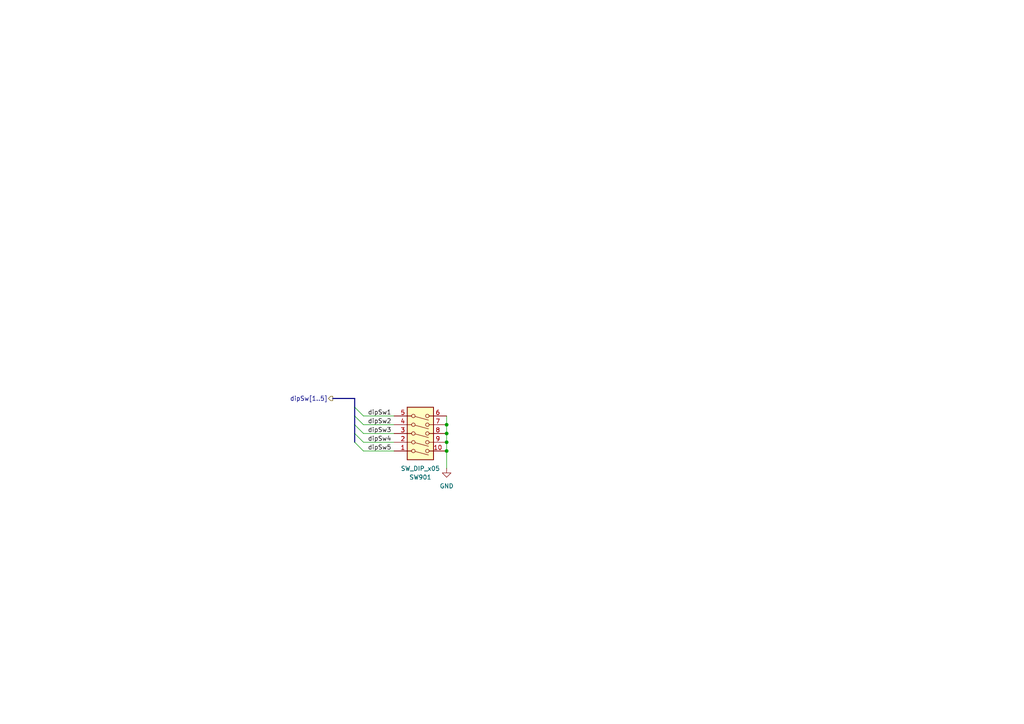
<source format=kicad_sch>
(kicad_sch (version 20231120) (generator "eeschema") (generator_version "8.0")
  (paper "A4")
  (lib_symbols
    (symbol "Switch:SW_DIP_x05" (pin_names (offset 0) hide)
      (property "Reference" "SW" (at 0 8.89 0))
      (property "Value" "SW_DIP_x05" (at 0 -8.89 0))
      (symbol "SW_DIP_x05_0_0"
        (circle (center -2.032 -5.08) (radius 0.508))
        (circle (center -2.032 -2.54) (radius 0.508))
        (circle (center -2.032 0) (radius 0.508))
        (circle (center -2.032 2.54) (radius 0.508))
        (circle (center -2.032 5.08) (radius 0.508))
        (polyline (pts (xy -1.524 -4.9276) (xy 2.3622 -3.8862)))
        (polyline (pts (xy -1.524 -2.3876) (xy 2.3622 -1.3462)))
        (polyline (pts (xy -1.524 0.127) (xy 2.3622 1.1684)))
        (polyline (pts (xy -1.524 2.667) (xy 2.3622 3.7084)))
        (polyline (pts (xy -1.524 5.207) (xy 2.3622 6.2484)))
        (circle (center 2.032 -5.08) (radius 0.508))
        (circle (center 2.032 -2.54) (radius 0.508))
        (circle (center 2.032 0) (radius 0.508))
        (circle (center 2.032 2.54) (radius 0.508))
        (circle (center 2.032 5.08) (radius 0.508))
      )
      (symbol "SW_DIP_x05_0_1"
        (rectangle (start -3.81 7.62) (end 3.81 -7.62) (stroke (width 0.254)) (fill (type background)))
      )
      (symbol "SW_DIP_x05_1_1"
        (pin passive line (at -7.62 5.08 0) (length 5.08) (name "~") (number "1"))
        (pin passive line (at 7.62 5.08 180) (length 5.08) (name "~") (number "10"))
        (pin passive line (at -7.62 2.54 0) (length 5.08) (name "~") (number "2"))
        (pin passive line (at -7.62 0 0) (length 5.08) (name "~") (number "3"))
        (pin passive line (at -7.62 -2.54 0) (length 5.08) (name "~") (number "4"))
        (pin passive line (at -7.62 -5.08 0) (length 5.08) (name "~") (number "5"))
        (pin passive line (at 7.62 -5.08 180) (length 5.08) (name "~") (number "6"))
        (pin passive line (at 7.62 -2.54 180) (length 5.08) (name "~") (number "7"))
        (pin passive line (at 7.62 0 180) (length 5.08) (name "~") (number "8"))
        (pin passive line (at 7.62 2.54 180) (length 5.08) (name "~") (number "9"))
      )
    )
    (symbol "power:GND" (power) (pin_numbers hide) (pin_names (offset 0) hide)
      (property "Value" "GND" (at 0 -3.81 0))
      (symbol "GND_0_1"
        (polyline (pts (xy 0 0) (xy 0 -1.27) (xy 1.27 -1.27) (xy 0 -2.54) (xy -1.27 -1.27) (xy 0 -1.27)))
      )
      (symbol "GND_1_1"
        (pin power_in line (at 0 0 270) (length 0) (name "~") (number "1"))
      )
    )
  )
  (junction (at 129.54 130.81))
  (junction (at 129.54 123.19))
  (junction (at 129.54 125.73))
  (junction (at 129.54 128.27))
  (bus_entry (at 102.87 128.27) (size 2.54 2.54))
  (bus_entry (at 102.87 118.11) (size 2.54 2.54))
  (bus_entry (at 102.87 123.19) (size 2.54 2.54))
  (bus_entry (at 102.87 120.65) (size 2.54 2.54))
  (bus_entry (at 102.87 125.73) (size 2.54 2.54))
  (bus (pts (xy 96.52 115.57) (xy 102.87 115.57)))
  (bus (pts (xy 102.87 120.65) (xy 102.87 118.11)))
  (wire (pts (xy 105.41 128.27) (xy 114.3 128.27)))
  (wire (pts (xy 129.54 125.73) (xy 129.54 128.27)))
  (bus (pts (xy 102.87 118.11) (xy 102.87 115.57)))
  (wire (pts (xy 105.41 120.65) (xy 114.3 120.65)))
  (wire (pts (xy 105.41 123.19) (xy 114.3 123.19)))
  (wire (pts (xy 129.54 130.81) (xy 129.54 135.89)))
  (wire (pts (xy 105.41 125.73) (xy 114.3 125.73)))
  (wire (pts (xy 129.54 123.19) (xy 129.54 125.73)))
  (bus (pts (xy 102.87 128.27) (xy 102.87 125.73)))
  (wire (pts (xy 105.41 130.81) (xy 114.3 130.81)))
  (bus (pts (xy 102.87 123.19) (xy 102.87 120.65)))
  (wire (pts (xy 129.54 128.27) (xy 129.54 130.81)))
  (bus (pts (xy 102.87 125.73) (xy 102.87 123.19)))
  (wire (pts (xy 129.54 120.65) (xy 129.54 123.19)))
  (label "dipSw3" (at 106.68 125.73 0))
  (label "dipSw1" (at 106.68 120.65 0))
  (label "dipSw2" (at 106.68 123.19 0))
  (label "dipSw4" (at 106.68 128.27 0))
  (label "dipSw5" (at 106.68 130.81 0))
  (hierarchical_label "dipSw[1..5]" (shape output) (at 96.52 115.57 180))
  (symbol (lib_id "Switch:SW_DIP_x05") (at 121.92 125.73 0) (mirror x) (unit 1)
    (property "Reference" "SW901" (at 121.92 138.43 0))
    (property "Value" "SW_DIP_x05" (at 121.92 135.89 0))
    (property "Footprint" "Button_Switch_SMD:SW_DIP_SPSTx05_Slide_KingTek_DSHP05TS_W7.62mm_P1.27mm" (effects (hide yes)))
    (property "Description" "5x DIP Switch, Single Pole Single Throw (SPST) switch, small symbol" (effects (hide yes)))
    (property "JLCPCB Part#" "C7421518" (effects (hide yes)))
  )
  (symbol (lib_id "power:GND") (at 129.54 135.89 0) (unit 1)
    (property "Reference" "#PWR0901" (effects (hide yes)))
    (property "Value" "GND" (at 129.54 140.97 0))
    (property "Description" "Power symbol creates a global label with name \"GND\" , ground" (effects (hide yes)))
  )
)
</source>
